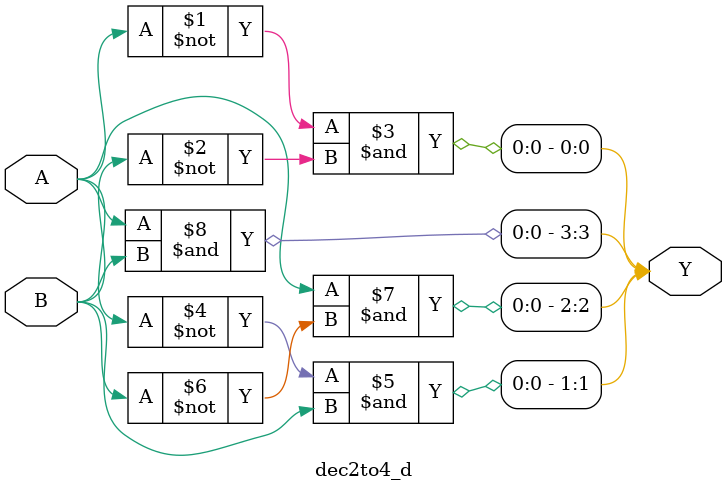
<source format=v>
/* data flow, use assign only */
module dec2to4_d(Y, A, B);
    input           A, B;   
    output  [3:0]   Y;
//---------------------------------
// reg and wire declaration
//---------------------------------
    wire     [3:0]   Y;
//---------------------------------
//     DESIGN
//---------------------------------
    assign  Y[0] = ~A & ~B;
    assign  Y[1] = ~A & B; 
    assign  Y[2] = A & ~B; 
    assign  Y[3] = A & B;
endmodule


</source>
